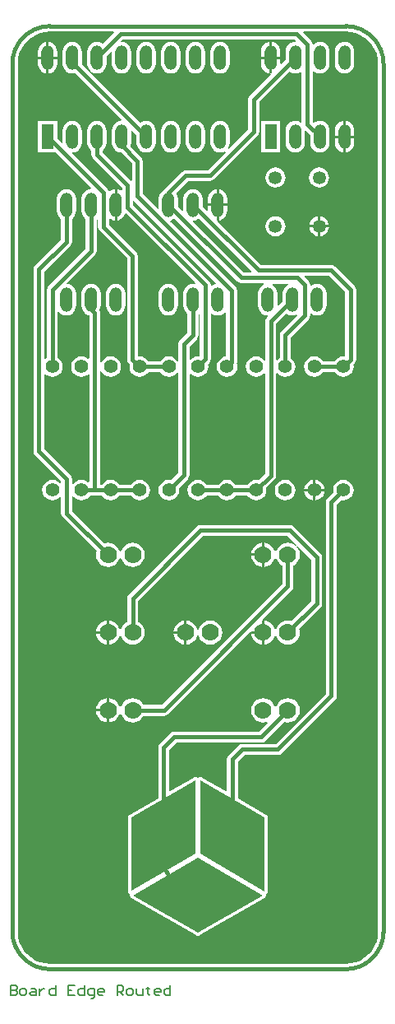
<source format=gtl>
%FSLAX25Y25*%
%MOIN*%
G70*
G01*
G75*
G04 Layer_Physical_Order=1*
G04 Layer_Color=255*
%ADD10C,0.06000*%
%ADD11C,0.01575*%
%ADD12C,0.00787*%
%ADD13C,0.05315*%
%ADD14C,0.05512*%
%ADD15O,0.05000X0.10000*%
%ADD16R,0.05000X0.10000*%
%ADD17C,0.07000*%
G36*
X113175Y278259D02*
X113207Y278101D01*
X112549Y277829D01*
X111739Y277207D01*
X111117Y276397D01*
X110726Y275454D01*
X110593Y274441D01*
Y271152D01*
X108878Y269437D01*
X108416Y269628D01*
Y274441D01*
X108282Y275454D01*
X107892Y276397D01*
X107270Y277207D01*
X106460Y277829D01*
X106324Y277885D01*
X106426Y278375D01*
X113175Y278259D01*
D02*
G37*
G36*
X138213Y380326D02*
X140217Y379844D01*
X142122Y379056D01*
X143879Y377978D01*
X145447Y376640D01*
X146785Y375072D01*
X147863Y373315D01*
X148651Y371410D01*
X149133Y369406D01*
X149285Y367469D01*
X149261Y367351D01*
X149261Y16034D01*
X149281Y15933D01*
X149133Y14044D01*
X148651Y12039D01*
X147863Y10135D01*
X146785Y8377D01*
X145447Y6810D01*
X143879Y5471D01*
X142122Y4394D01*
X140217Y3605D01*
X138213Y3124D01*
X136276Y2972D01*
X136158Y2995D01*
X16077Y2995D01*
X15965Y2973D01*
X14044Y3124D01*
X12039Y3605D01*
X10135Y4394D01*
X8377Y5471D01*
X6810Y6810D01*
X5471Y8377D01*
X4394Y10135D01*
X3605Y12039D01*
X3124Y14044D01*
X2975Y15936D01*
X2995Y16037D01*
X2997Y367350D01*
D01*
Y367350D01*
D01*
X2973Y367468D01*
X3126Y369405D01*
X3607Y371409D01*
X4396Y373313D01*
X5473Y375071D01*
X6812Y376639D01*
X8379Y377977D01*
X10137Y379054D01*
X12041Y379843D01*
X14046Y380324D01*
X15982Y380477D01*
X16101Y380453D01*
D01*
X16101D01*
X16101D01*
X41886Y380453D01*
X42078Y379991D01*
X37508Y375422D01*
X37051Y375774D01*
X36107Y376164D01*
X35095Y376298D01*
X34082Y376164D01*
X33139Y375774D01*
X32329Y375152D01*
X31707Y374342D01*
X31317Y373398D01*
X31183Y372386D01*
Y367386D01*
X31317Y366374D01*
X31707Y365430D01*
X32329Y364620D01*
X33139Y363999D01*
X34082Y363608D01*
X35095Y363475D01*
X36107Y363608D01*
X37051Y363999D01*
X37861Y364620D01*
X38482Y365430D01*
X38873Y366374D01*
X39006Y367386D01*
Y370675D01*
X40721Y372391D01*
X41183Y372199D01*
Y367386D01*
X41317Y366374D01*
X41707Y365430D01*
X42329Y364620D01*
X43139Y363999D01*
X44082Y363608D01*
X45095Y363475D01*
X46107Y363608D01*
X47050Y363999D01*
X47861Y364620D01*
X48482Y365430D01*
X48873Y366374D01*
X49006Y367386D01*
Y372386D01*
X48873Y373398D01*
X48482Y374342D01*
X47861Y375152D01*
X47050Y375774D01*
X46107Y376164D01*
X45095Y376298D01*
X44941Y376610D01*
X45651Y377320D01*
X115255D01*
X115804Y376771D01*
X115644Y376297D01*
X114634Y376165D01*
X113690Y375774D01*
X112880Y375152D01*
X112259Y374342D01*
X111868Y373399D01*
X111735Y372386D01*
Y369097D01*
X110019Y367382D01*
X109557Y367573D01*
Y369386D01*
X106146D01*
Y363541D01*
X105646Y363475D01*
X105498Y363494D01*
X105658Y363021D01*
X97195Y354558D01*
X96716Y353841D01*
X96548Y352996D01*
Y340769D01*
X88785Y333006D01*
X88410Y333336D01*
X88482Y333431D01*
X88873Y334374D01*
X89006Y335386D01*
Y340386D01*
X88873Y341399D01*
X88482Y342342D01*
X87861Y343152D01*
X87050Y343774D01*
X86107Y344164D01*
X85095Y344298D01*
X84082Y344164D01*
X83139Y343774D01*
X82329Y343152D01*
X81707Y342342D01*
X81317Y341399D01*
X81183Y340386D01*
Y335386D01*
X81317Y334374D01*
X81707Y333431D01*
X82329Y332620D01*
X83139Y331999D01*
X84082Y331608D01*
X85095Y331475D01*
X86107Y331608D01*
X87050Y331999D01*
X87145Y332071D01*
X87475Y331696D01*
X80125Y324346D01*
X71197D01*
X70352Y324178D01*
X69636Y323699D01*
X62589Y316652D01*
X62336Y316273D01*
X62194Y316214D01*
X61384Y315593D01*
X60763Y314783D01*
X60372Y313840D01*
X60238Y312827D01*
Y308891D01*
X59777Y308700D01*
X53720Y314757D01*
Y328044D01*
X53552Y328889D01*
X53073Y329605D01*
X48706Y333972D01*
X48873Y334374D01*
X49006Y335386D01*
Y340199D01*
X49468Y340391D01*
X51183Y338675D01*
Y335386D01*
X51317Y334374D01*
X51707Y333431D01*
X52329Y332620D01*
X53139Y331999D01*
X54082Y331608D01*
X55095Y331475D01*
X56107Y331608D01*
X57051Y331999D01*
X57861Y332620D01*
X58482Y333431D01*
X58873Y334374D01*
X59006Y335386D01*
Y340386D01*
X58873Y341399D01*
X58482Y342342D01*
X57861Y343152D01*
X57051Y343774D01*
X56107Y344164D01*
X55095Y344298D01*
X54082Y344164D01*
X53139Y343774D01*
X52681Y343422D01*
X28973Y367131D01*
X29006Y367386D01*
Y372386D01*
X28873Y373398D01*
X28482Y374342D01*
X27861Y375152D01*
X27051Y375774D01*
X26107Y376164D01*
X25095Y376298D01*
X24082Y376164D01*
X23139Y375774D01*
X22329Y375152D01*
X21707Y374342D01*
X21317Y373398D01*
X21183Y372386D01*
Y367386D01*
X21317Y366374D01*
X21707Y365430D01*
X22329Y364620D01*
X23139Y363999D01*
X24082Y363608D01*
X25095Y363475D01*
X26107Y363608D01*
X26209Y363650D01*
X45107Y344752D01*
X44947Y344278D01*
X44082Y344164D01*
X43139Y343774D01*
X42329Y343152D01*
X41707Y342342D01*
X41317Y341399D01*
X41183Y340386D01*
Y335386D01*
X41317Y334374D01*
X41707Y333431D01*
X42329Y332620D01*
X43139Y331999D01*
X44082Y331608D01*
X44938Y331495D01*
X49304Y327129D01*
Y320247D01*
X48842Y320056D01*
X37303Y331596D01*
Y332192D01*
X37861Y332620D01*
X38482Y333431D01*
X38873Y334374D01*
X39006Y335386D01*
Y340386D01*
X38873Y341399D01*
X38482Y342342D01*
X37861Y343152D01*
X37051Y343774D01*
X36107Y344164D01*
X35095Y344298D01*
X34082Y344164D01*
X33139Y343774D01*
X32329Y343152D01*
X31707Y342342D01*
X31317Y341399D01*
X31183Y340386D01*
Y335386D01*
X31317Y334374D01*
X31707Y333431D01*
X32329Y332620D01*
X32887Y332192D01*
Y330681D01*
X33055Y329837D01*
X33534Y329120D01*
X33534Y329120D01*
X33534Y329120D01*
Y329120D01*
X33534Y329120D01*
X45367Y317287D01*
Y316319D01*
X44919Y316098D01*
X44767Y316215D01*
X43824Y316605D01*
X43311Y316673D01*
Y310326D01*
Y303982D01*
X43824Y304049D01*
X44767Y304440D01*
X45577Y305062D01*
X46199Y305872D01*
X46532Y306676D01*
X47022Y306773D01*
X75089Y278707D01*
X74868Y278258D01*
X74150Y278353D01*
X73137Y278220D01*
X72194Y277829D01*
X71384Y277207D01*
X70762Y276397D01*
X70372Y275454D01*
X70239Y274441D01*
Y269441D01*
X70372Y268429D01*
X70762Y267486D01*
X71384Y266676D01*
X71942Y266247D01*
Y258529D01*
X68911Y255498D01*
X68433Y254782D01*
X68265Y253937D01*
Y247187D01*
X67791Y247026D01*
X67256Y247724D01*
X66392Y248387D01*
X65387Y248803D01*
X64307Y248945D01*
X63228Y248803D01*
X62223Y248387D01*
X61359Y247724D01*
X60791Y246984D01*
X56013D01*
X55445Y247724D01*
X54581Y248387D01*
X53576Y248803D01*
X52496Y248945D01*
X52127Y248897D01*
X51751Y249226D01*
Y289658D01*
X51751Y289658D01*
X51751Y289658D01*
Y289658D01*
X51751D01*
X51751Y289658D01*
X51583Y290503D01*
X51105Y291219D01*
X40003Y302321D01*
Y304529D01*
X40451Y304750D01*
X40856Y304440D01*
X41799Y304049D01*
X42311Y303982D01*
Y310326D01*
Y316673D01*
X41799Y316605D01*
X40856Y316215D01*
X40314Y315799D01*
X39846Y315975D01*
X39835Y316031D01*
X39356Y316747D01*
X24941Y331163D01*
X25095Y331475D01*
X26107Y331608D01*
X27051Y331999D01*
X27861Y332620D01*
X28482Y333431D01*
X28873Y334374D01*
X29006Y335386D01*
Y340386D01*
X28873Y341399D01*
X28482Y342342D01*
X27861Y343152D01*
X27051Y343774D01*
X26107Y344164D01*
X25095Y344298D01*
X24082Y344164D01*
X23139Y343774D01*
X22329Y343152D01*
X21707Y342342D01*
X21317Y341399D01*
X21183Y340386D01*
Y335573D01*
X20721Y335382D01*
X18973Y337130D01*
Y344264D01*
X11217D01*
Y331508D01*
X18350D01*
X32684Y317174D01*
X32524Y316701D01*
X31799Y316605D01*
X30856Y316215D01*
X30046Y315593D01*
X29424Y314783D01*
X29033Y313840D01*
X28900Y312827D01*
Y307827D01*
X29033Y306815D01*
X29424Y305872D01*
X30046Y305062D01*
X30604Y304633D01*
Y292541D01*
X15502Y277439D01*
X15024Y276723D01*
X14856Y275878D01*
Y248292D01*
X14270Y247843D01*
X13822Y248065D01*
Y283294D01*
X24372Y293845D01*
X24372Y293845D01*
X24372Y293845D01*
X24851Y294561D01*
X25019Y295406D01*
Y304633D01*
X25577Y305062D01*
X26199Y305872D01*
X26589Y306815D01*
X26723Y307827D01*
Y312827D01*
X26589Y313840D01*
X26199Y314783D01*
X25577Y315593D01*
X24767Y316215D01*
X23824Y316605D01*
X22811Y316739D01*
X21799Y316605D01*
X20856Y316215D01*
X20045Y315593D01*
X19424Y314783D01*
X19033Y313840D01*
X18900Y312827D01*
Y307827D01*
X19033Y306815D01*
X19424Y305872D01*
X20045Y305062D01*
X20604Y304633D01*
Y296320D01*
X10053Y285770D01*
X9574Y285053D01*
X9406Y284209D01*
Y210433D01*
X9574Y209588D01*
X10053Y208872D01*
X10053Y208872D01*
X10053Y208872D01*
X20604Y198321D01*
Y197731D01*
X20130Y197570D01*
X20012Y197724D01*
X19148Y198387D01*
X18143Y198803D01*
X17063Y198945D01*
X15984Y198803D01*
X14979Y198387D01*
X14115Y197724D01*
X13453Y196861D01*
X13036Y195855D01*
X12894Y194776D01*
X13036Y193697D01*
X13453Y192691D01*
X14115Y191828D01*
X14979Y191165D01*
X15984Y190749D01*
X17063Y190606D01*
X18143Y190749D01*
X19148Y191165D01*
X20012Y191828D01*
X20130Y191982D01*
X20604Y191821D01*
Y185406D01*
X20772Y184561D01*
X21250Y183845D01*
X21250Y183845D01*
X21250Y183845D01*
X34975Y170121D01*
X34870Y169868D01*
X34702Y168595D01*
X34870Y167321D01*
X35361Y166135D01*
X36143Y165116D01*
X37162Y164334D01*
X38349Y163842D01*
X39622Y163675D01*
X40896Y163842D01*
X42082Y164334D01*
X43101Y165116D01*
X43883Y166135D01*
X44372Y167316D01*
X44872D01*
X45362Y166135D01*
X46143Y165116D01*
X47162Y164334D01*
X48349Y163842D01*
X49622Y163675D01*
X50896Y163842D01*
X52082Y164334D01*
X53101Y165116D01*
X53883Y166135D01*
X54375Y167321D01*
X54542Y168595D01*
X54375Y169868D01*
X53883Y171055D01*
X53101Y172074D01*
X52082Y172856D01*
X50896Y173347D01*
X49622Y173515D01*
X48349Y173347D01*
X47162Y172856D01*
X46143Y172074D01*
X45362Y171055D01*
X44872Y169874D01*
X44372D01*
X43883Y171055D01*
X43101Y172074D01*
X42082Y172856D01*
X40896Y173347D01*
X39622Y173515D01*
X38349Y173347D01*
X38097Y173243D01*
X25019Y186320D01*
Y192232D01*
X25493Y192393D01*
X25926Y191828D01*
X26790Y191165D01*
X27795Y190749D01*
X28874Y190606D01*
X29953Y190749D01*
X30959Y191165D01*
X31823Y191828D01*
X32391Y192568D01*
X37169D01*
X37737Y191828D01*
X38601Y191165D01*
X39606Y190748D01*
X40685Y190606D01*
X41765Y190748D01*
X42770Y191165D01*
X43634Y191828D01*
X44202Y192568D01*
X48980D01*
X49548Y191828D01*
X50412Y191165D01*
X51417Y190748D01*
X52496Y190606D01*
X53576Y190748D01*
X54581Y191165D01*
X55445Y191828D01*
X56107Y192691D01*
X56524Y193697D01*
X56666Y194776D01*
X56524Y195855D01*
X56107Y196861D01*
X55445Y197724D01*
X54581Y198387D01*
X53576Y198803D01*
X52496Y198945D01*
X51417Y198803D01*
X50412Y198387D01*
X49548Y197724D01*
X48980Y196984D01*
X44202D01*
X43634Y197724D01*
X42770Y198387D01*
X41765Y198803D01*
X40685Y198945D01*
X39606Y198803D01*
X38601Y198387D01*
X37737Y197724D01*
X37169Y196984D01*
X36460D01*
Y242894D01*
X36950Y242991D01*
X37074Y242691D01*
X37737Y241828D01*
X38601Y241165D01*
X39606Y240748D01*
X40685Y240606D01*
X41765Y240748D01*
X42770Y241165D01*
X43634Y241828D01*
X44296Y242691D01*
X44713Y243697D01*
X44855Y244776D01*
X44713Y245855D01*
X44296Y246861D01*
X43634Y247724D01*
X42770Y248387D01*
X41765Y248803D01*
X40685Y248945D01*
X39606Y248803D01*
X38601Y248387D01*
X37737Y247724D01*
X37074Y246861D01*
X36950Y246561D01*
X36460Y246658D01*
Y266535D01*
X36292Y267380D01*
X36207Y267507D01*
X36589Y268429D01*
X36723Y269441D01*
Y274441D01*
X36589Y275454D01*
X36199Y276397D01*
X35577Y277207D01*
X34767Y277829D01*
X33824Y278220D01*
X32811Y278353D01*
X31799Y278220D01*
X30856Y277829D01*
X30046Y277207D01*
X29424Y276397D01*
X29033Y275454D01*
X28900Y274441D01*
Y269441D01*
X29033Y268429D01*
X29424Y267486D01*
X30046Y266676D01*
X30856Y266054D01*
X31799Y265663D01*
X32033Y265633D01*
X32044Y265621D01*
Y248119D01*
X31596Y247898D01*
X30959Y248387D01*
X29953Y248803D01*
X28874Y248945D01*
X27795Y248803D01*
X26790Y248387D01*
X25926Y247724D01*
X25263Y246861D01*
X24847Y245855D01*
X24705Y244776D01*
X24847Y243697D01*
X25263Y242691D01*
X25926Y241828D01*
X26790Y241165D01*
X27795Y240749D01*
X28874Y240606D01*
X29953Y240749D01*
X30959Y241165D01*
X31596Y241654D01*
X32044Y241432D01*
Y198119D01*
X31596Y197898D01*
X30959Y198387D01*
X29953Y198803D01*
X28874Y198945D01*
X27795Y198803D01*
X26790Y198387D01*
X25926Y197724D01*
X25493Y197159D01*
X25019Y197320D01*
Y199236D01*
X24851Y200081D01*
X24372Y200797D01*
X13822Y211348D01*
Y241487D01*
X14270Y241708D01*
X14979Y241165D01*
X15984Y240749D01*
X17063Y240606D01*
X18143Y240749D01*
X19148Y241165D01*
X20012Y241828D01*
X20674Y242691D01*
X21091Y243697D01*
X21233Y244776D01*
X21091Y245855D01*
X20674Y246861D01*
X20012Y247724D01*
X19271Y248292D01*
Y266907D01*
X19745Y267068D01*
X20045Y266676D01*
X20856Y266054D01*
X21799Y265663D01*
X22811Y265530D01*
X23824Y265663D01*
X24767Y266054D01*
X25577Y266676D01*
X26199Y267486D01*
X26589Y268429D01*
X26723Y269441D01*
Y274441D01*
X26589Y275454D01*
X26199Y276397D01*
X25577Y277207D01*
X24767Y277829D01*
X23824Y278220D01*
X22811Y278353D01*
X22761Y278454D01*
X34372Y290065D01*
X34851Y290781D01*
X35019Y291626D01*
X35019Y291626D01*
X35019Y291626D01*
Y291626D01*
Y304311D01*
X35444Y304575D01*
X35587Y304504D01*
Y301406D01*
X35756Y300561D01*
X36234Y299845D01*
X47336Y288743D01*
Y247729D01*
X47504Y246884D01*
X47982Y246168D01*
X47982Y246167D01*
X47982Y246167D01*
Y246167D01*
X47982Y246167D01*
X48449Y245701D01*
X48327Y244776D01*
X48469Y243697D01*
X48886Y242691D01*
X49548Y241828D01*
X50412Y241165D01*
X51417Y240748D01*
X52496Y240606D01*
X53576Y240748D01*
X54581Y241165D01*
X55445Y241828D01*
X56013Y242568D01*
X60791D01*
X61359Y241828D01*
X62223Y241165D01*
X63228Y240748D01*
X64307Y240606D01*
X65387Y240748D01*
X66392Y241165D01*
X67256Y241828D01*
X67791Y242525D01*
X68265Y242365D01*
Y201855D01*
X65233Y198824D01*
X64307Y198945D01*
X63228Y198803D01*
X62223Y198387D01*
X61359Y197724D01*
X60697Y196861D01*
X60280Y195855D01*
X60138Y194776D01*
X60280Y193697D01*
X60697Y192691D01*
X61359Y191828D01*
X62223Y191165D01*
X63228Y190748D01*
X64307Y190606D01*
X65387Y190748D01*
X66392Y191165D01*
X67256Y191828D01*
X67918Y192691D01*
X68335Y193697D01*
X68477Y194776D01*
X68355Y195701D01*
X72034Y199380D01*
X72512Y200096D01*
X72680Y200941D01*
Y241688D01*
X73154Y241849D01*
X73170Y241828D01*
X74034Y241165D01*
X75039Y240748D01*
X76118Y240606D01*
X77197Y240748D01*
X78203Y241165D01*
X79067Y241828D01*
X79729Y242691D01*
X80146Y243697D01*
X80288Y244776D01*
X80166Y245701D01*
X80695Y246230D01*
X81174Y246947D01*
X81342Y247791D01*
Y266143D01*
X81790Y266364D01*
X82194Y266054D01*
X83138Y265663D01*
X84150Y265530D01*
X85162Y265663D01*
X86106Y266054D01*
X86916Y266676D01*
X87082Y266893D01*
X87556Y266732D01*
Y248896D01*
X86850Y248803D01*
X85845Y248387D01*
X84981Y247724D01*
X84319Y246861D01*
X83902Y245855D01*
X83760Y244776D01*
X83902Y243697D01*
X84319Y242691D01*
X84981Y241828D01*
X85845Y241165D01*
X86850Y240748D01*
X87929Y240606D01*
X89009Y240748D01*
X90014Y241165D01*
X90878Y241828D01*
X91540Y242691D01*
X91957Y243697D01*
X92099Y244776D01*
X91957Y245855D01*
X91865Y246076D01*
X91972Y246610D01*
Y275590D01*
X91803Y276435D01*
X91325Y277152D01*
X64913Y303564D01*
X65074Y304037D01*
X65162Y304049D01*
X66106Y304440D01*
X66563Y304791D01*
X92116Y279238D01*
D01*
X92116D01*
X92116Y279238D01*
X92116Y279238D01*
X92116D01*
D01*
X92116D01*
X92116Y279238D01*
Y279238D01*
X92116Y279238D01*
Y279238D01*
X92833Y278760D01*
X93677Y278592D01*
Y278592D01*
X93677Y278592D01*
D01*
X102738Y278437D01*
X102832Y277946D01*
X102549Y277829D01*
X101739Y277207D01*
X101117Y276397D01*
X100726Y275454D01*
X100593Y274441D01*
Y269441D01*
X100726Y268429D01*
X101117Y267486D01*
X101739Y266676D01*
X102549Y266054D01*
X103492Y265663D01*
X104356Y265549D01*
X104517Y265076D01*
X104085Y264644D01*
X103606Y263928D01*
X103438Y263083D01*
Y247525D01*
X102965Y247365D01*
X102689Y247724D01*
X101825Y248387D01*
X100820Y248803D01*
X99740Y248945D01*
X98661Y248803D01*
X97656Y248387D01*
X96792Y247724D01*
X96130Y246861D01*
X95713Y245855D01*
X95571Y244776D01*
X95713Y243697D01*
X96130Y242691D01*
X96792Y241828D01*
X97656Y241165D01*
X98661Y240749D01*
X99740Y240606D01*
X100820Y240749D01*
X101825Y241165D01*
X102689Y241828D01*
X102965Y242187D01*
X103438Y242026D01*
Y201596D01*
X100666Y198824D01*
X99740Y198945D01*
X98661Y198803D01*
X97656Y198387D01*
X96792Y197724D01*
X96224Y196984D01*
X91446D01*
X90878Y197724D01*
X90014Y198387D01*
X89009Y198803D01*
X87929Y198945D01*
X86850Y198803D01*
X85845Y198387D01*
X84981Y197724D01*
X84413Y196984D01*
X79635D01*
X79067Y197724D01*
X78203Y198387D01*
X77197Y198803D01*
X76118Y198945D01*
X75039Y198803D01*
X74034Y198387D01*
X73170Y197724D01*
X72508Y196861D01*
X72091Y195855D01*
X71949Y194776D01*
X72091Y193697D01*
X72508Y192691D01*
X73170Y191828D01*
X74034Y191165D01*
X75039Y190748D01*
X76118Y190606D01*
X77197Y190748D01*
X78203Y191165D01*
X79067Y191828D01*
X79635Y192568D01*
X84413D01*
X84981Y191828D01*
X85845Y191165D01*
X86850Y190748D01*
X87929Y190606D01*
X89009Y190748D01*
X90014Y191165D01*
X90878Y191828D01*
X91446Y192568D01*
X96224D01*
X96792Y191828D01*
X97656Y191165D01*
X98661Y190749D01*
X99740Y190606D01*
X100820Y190749D01*
X101825Y191165D01*
X102689Y191828D01*
X103351Y192691D01*
X103768Y193697D01*
X103910Y194776D01*
X103788Y195701D01*
X107207Y199120D01*
X107686Y199837D01*
X107854Y200681D01*
Y242026D01*
X108327Y242187D01*
X108603Y241828D01*
X109467Y241165D01*
X110472Y240749D01*
X111551Y240606D01*
X112631Y240749D01*
X113636Y241165D01*
X114500Y241828D01*
X115162Y242691D01*
X115579Y243697D01*
X115721Y244776D01*
X115579Y245855D01*
X115162Y246861D01*
X114500Y247724D01*
X113759Y248292D01*
Y256676D01*
X120987Y263903D01*
X121465Y264619D01*
X121633Y265464D01*
X121633Y265464D01*
X121633Y265464D01*
Y265464D01*
Y266191D01*
X122082Y266412D01*
X122549Y266054D01*
X123492Y265663D01*
X124504Y265530D01*
X125517Y265663D01*
X126460Y266054D01*
X127270Y266676D01*
X127892Y267486D01*
X128282Y268429D01*
X128416Y269441D01*
Y274441D01*
X128282Y275454D01*
X127892Y276397D01*
X127270Y277207D01*
X126460Y277829D01*
X125517Y278220D01*
X124504Y278353D01*
X123492Y278220D01*
X122549Y277829D01*
X122082Y277470D01*
X121633Y277692D01*
Y277847D01*
X121465Y278692D01*
X120987Y279408D01*
X119312Y281083D01*
X119503Y281544D01*
X129338D01*
X135918Y274964D01*
Y249226D01*
X135543Y248897D01*
X135174Y248945D01*
X134095Y248803D01*
X133089Y248387D01*
X132225Y247724D01*
X131657Y246984D01*
X126879D01*
X126311Y247724D01*
X125447Y248387D01*
X124442Y248803D01*
X123363Y248945D01*
X122283Y248803D01*
X121278Y248387D01*
X120414Y247724D01*
X119752Y246861D01*
X119335Y245855D01*
X119193Y244776D01*
X119335Y243697D01*
X119752Y242691D01*
X120414Y241828D01*
X121278Y241165D01*
X122283Y240749D01*
X123363Y240606D01*
X124442Y240749D01*
X125447Y241165D01*
X126311Y241828D01*
X126879Y242568D01*
X131657D01*
X132225Y241828D01*
X133089Y241165D01*
X134095Y240748D01*
X135174Y240606D01*
X136253Y240748D01*
X137258Y241165D01*
X138122Y241828D01*
X138785Y242691D01*
X139201Y243697D01*
X139343Y244776D01*
X139221Y245701D01*
X139687Y246167D01*
X140166Y246884D01*
X140334Y247729D01*
Y275878D01*
X140166Y276723D01*
X139687Y277439D01*
X131813Y285313D01*
X131097Y285792D01*
X130252Y285960D01*
X101639D01*
X83996Y303603D01*
X84150Y303916D01*
X83650Y303981D01*
Y309827D01*
X80238D01*
Y308014D01*
X79777Y307823D01*
X78061Y309538D01*
Y312827D01*
X77928Y313840D01*
X77537Y314783D01*
X76916Y315593D01*
X76105Y316214D01*
X75162Y316605D01*
X74150Y316739D01*
X73137Y316605D01*
X72194Y316214D01*
X71384Y315593D01*
X70762Y314783D01*
X70372Y313840D01*
X70238Y312827D01*
Y308014D01*
X69776Y307823D01*
X68061Y309538D01*
Y312827D01*
X67928Y313840D01*
X67537Y314783D01*
X67288Y315107D01*
X72112Y319930D01*
X81040D01*
X81885Y320098D01*
X82601Y320577D01*
X82601Y320577D01*
X82601Y320577D01*
X100317Y338294D01*
X100796Y339010D01*
X100964Y339855D01*
Y352082D01*
X113232Y364350D01*
X113690Y363999D01*
X114634Y363608D01*
X115646Y363475D01*
X116658Y363608D01*
X117602Y363999D01*
X117816Y364164D01*
X118265Y363942D01*
Y343830D01*
X117816Y343609D01*
X117602Y343774D01*
X116658Y344164D01*
X115646Y344298D01*
X114634Y344164D01*
X113690Y343774D01*
X112880Y343152D01*
X112259Y342342D01*
X111868Y341399D01*
X111735Y340386D01*
Y335386D01*
X111868Y334374D01*
X112259Y333431D01*
X112880Y332621D01*
X113690Y331999D01*
X114634Y331608D01*
X115646Y331475D01*
X116658Y331608D01*
X117602Y331999D01*
X118412Y332621D01*
X119033Y333431D01*
X119424Y334374D01*
X119557Y335386D01*
Y340199D01*
X120019Y340391D01*
X121735Y338675D01*
Y335386D01*
X121868Y334374D01*
X122259Y333431D01*
X122880Y332621D01*
X123690Y331999D01*
X124634Y331608D01*
X125646Y331475D01*
X126658Y331608D01*
X127602Y331999D01*
X128412Y332621D01*
X129033Y333431D01*
X129424Y334374D01*
X129558Y335386D01*
Y340386D01*
X129424Y341399D01*
X129033Y342342D01*
X128412Y343152D01*
X127602Y343774D01*
X126658Y344164D01*
X125646Y344298D01*
X124634Y344164D01*
X123690Y343774D01*
X123232Y343422D01*
X122680Y343974D01*
Y364209D01*
X123129Y364430D01*
X123690Y363999D01*
X124634Y363608D01*
X125646Y363475D01*
X126658Y363608D01*
X127602Y363999D01*
X128412Y364621D01*
X129033Y365431D01*
X129424Y366374D01*
X129558Y367386D01*
Y372386D01*
X129424Y373399D01*
X129033Y374342D01*
X128412Y375152D01*
X127602Y375774D01*
X126658Y376165D01*
X125646Y376298D01*
X124634Y376165D01*
X123690Y375774D01*
X123095Y375317D01*
X122627Y375493D01*
X122512Y376070D01*
X122034Y376786D01*
X118827Y379992D01*
X119019Y380454D01*
X136158Y380454D01*
X136276Y380478D01*
X138213Y380326D01*
D02*
G37*
G36*
X112549Y266054D02*
X113492Y265663D01*
X114504Y265530D01*
X115517Y265663D01*
X116016Y265870D01*
X116293Y265454D01*
X109990Y259151D01*
X109512Y258435D01*
X109344Y257590D01*
Y248292D01*
X108603Y247724D01*
X108327Y247365D01*
X107854Y247525D01*
Y262169D01*
X112091Y266405D01*
X112549Y266054D01*
D02*
G37*
G36*
X76926Y266118D02*
Y249218D01*
X76550Y248889D01*
X76118Y248945D01*
X75039Y248803D01*
X74034Y248387D01*
X73170Y247724D01*
X73154Y247703D01*
X72680Y247864D01*
Y253023D01*
X75711Y256053D01*
X75711Y256053D01*
X75711Y256053D01*
X76190Y256770D01*
X76358Y257614D01*
Y265925D01*
X76782Y266189D01*
X76926Y266118D01*
D02*
G37*
G36*
X97886Y283469D02*
X97694Y283007D01*
X94592D01*
X73996Y303603D01*
X74150Y303916D01*
X75162Y304049D01*
X76105Y304440D01*
X76564Y304791D01*
X97886Y283469D01*
D02*
G37*
G36*
X83511Y278721D02*
X83350Y278247D01*
X83138Y278220D01*
X82194Y277829D01*
X81790Y277519D01*
X81342Y277740D01*
Y277784D01*
X81174Y278629D01*
X80695Y279345D01*
X49783Y310257D01*
Y311796D01*
X50245Y311987D01*
X83511Y278721D01*
D02*
G37*
%LPC*%
G36*
X127466Y194276D02*
X123863D01*
Y190672D01*
X124442Y190749D01*
X125447Y191165D01*
X126311Y191828D01*
X126973Y192691D01*
X127390Y193697D01*
X127466Y194276D01*
D02*
G37*
G36*
X122863D02*
X119259D01*
X119335Y193697D01*
X119752Y192691D01*
X120414Y191828D01*
X121278Y191165D01*
X122283Y190749D01*
X122863Y190672D01*
Y194276D01*
D02*
G37*
G36*
Y198880D02*
X122283Y198803D01*
X121278Y198387D01*
X120414Y197724D01*
X119752Y196861D01*
X119335Y195855D01*
X119259Y195276D01*
X122863D01*
Y198880D01*
D02*
G37*
G36*
X123863D02*
Y195276D01*
X127466D01*
X127390Y195855D01*
X126973Y196861D01*
X126311Y197724D01*
X125447Y198387D01*
X124442Y198803D01*
X123863Y198880D01*
D02*
G37*
G36*
X107615Y305736D02*
X106561Y305597D01*
X105579Y305191D01*
X104736Y304544D01*
X104089Y303701D01*
X103683Y302719D01*
X103544Y301666D01*
X103683Y300612D01*
X104089Y299631D01*
X104736Y298788D01*
X105579Y298141D01*
X106561Y297734D01*
X107615Y297596D01*
X108668Y297734D01*
X109650Y298141D01*
X110493Y298788D01*
X111139Y299631D01*
X111546Y300612D01*
X111685Y301666D01*
X111546Y302719D01*
X111139Y303701D01*
X110493Y304544D01*
X109650Y305191D01*
X108668Y305597D01*
X107615Y305736D01*
D02*
G37*
G36*
X124831Y301166D02*
X121327D01*
X121399Y300612D01*
X121806Y299631D01*
X122453Y298788D01*
X123296Y298141D01*
X124278Y297734D01*
X124831Y297661D01*
Y301166D01*
D02*
G37*
G36*
X42811Y278353D02*
X41799Y278220D01*
X40856Y277829D01*
X40045Y277207D01*
X39424Y276397D01*
X39033Y275454D01*
X38900Y274441D01*
Y269441D01*
X39033Y268429D01*
X39424Y267486D01*
X40045Y266676D01*
X40856Y266054D01*
X41799Y265663D01*
X42811Y265530D01*
X43824Y265663D01*
X44767Y266054D01*
X45577Y266676D01*
X46199Y267486D01*
X46589Y268429D01*
X46723Y269441D01*
Y274441D01*
X46589Y275454D01*
X46199Y276397D01*
X45577Y277207D01*
X44767Y277829D01*
X43824Y278220D01*
X42811Y278353D01*
D02*
G37*
G36*
X64150D02*
X63138Y278220D01*
X62194Y277829D01*
X61384Y277207D01*
X60763Y276397D01*
X60372Y275454D01*
X60238Y274441D01*
Y269441D01*
X60372Y268429D01*
X60763Y267486D01*
X61384Y266676D01*
X62194Y266054D01*
X63138Y265663D01*
X64150Y265530D01*
X65162Y265663D01*
X66106Y266054D01*
X66916Y266676D01*
X67537Y267486D01*
X67928Y268429D01*
X68061Y269441D01*
Y274441D01*
X67928Y275454D01*
X67537Y276397D01*
X66916Y277207D01*
X66106Y277829D01*
X65162Y278220D01*
X64150Y278353D01*
D02*
G37*
G36*
X70618Y136599D02*
X66264D01*
X66366Y135825D01*
X66857Y134639D01*
X67639Y133620D01*
X68658Y132838D01*
X69845Y132346D01*
X70618Y132245D01*
Y136599D01*
D02*
G37*
G36*
X102114D02*
X97760D01*
X97862Y135825D01*
X98354Y134639D01*
X99136Y133620D01*
X100154Y132838D01*
X101341Y132346D01*
X102114Y132245D01*
Y136599D01*
D02*
G37*
G36*
X39122Y141953D02*
X38349Y141851D01*
X37162Y141360D01*
X36143Y140578D01*
X35361Y139559D01*
X34870Y138372D01*
X34768Y137599D01*
X39122D01*
Y141953D01*
D02*
G37*
G36*
Y105103D02*
X34768D01*
X34870Y104329D01*
X35361Y103143D01*
X36143Y102124D01*
X37162Y101342D01*
X38349Y100850D01*
X39122Y100749D01*
Y105103D01*
D02*
G37*
G36*
Y110457D02*
X38349Y110355D01*
X37162Y109864D01*
X36143Y109082D01*
X35361Y108063D01*
X34870Y106876D01*
X34768Y106103D01*
X39122D01*
Y110457D01*
D02*
G37*
G36*
Y136599D02*
X34768D01*
X34870Y135825D01*
X35361Y134639D01*
X36143Y133620D01*
X37162Y132838D01*
X38349Y132346D01*
X39122Y132245D01*
Y136599D01*
D02*
G37*
G36*
X70618Y141953D02*
X69845Y141851D01*
X68658Y141360D01*
X67639Y140578D01*
X66857Y139559D01*
X66366Y138372D01*
X66264Y137599D01*
X70618D01*
Y141953D01*
D02*
G37*
G36*
X113520Y180645D02*
X77103D01*
X76258Y180477D01*
X75542Y179999D01*
X48061Y152518D01*
X47583Y151802D01*
X47415Y150957D01*
Y141464D01*
X47162Y141360D01*
X46143Y140578D01*
X45362Y139559D01*
X44872Y138378D01*
X44870D01*
Y138378D01*
D01*
D01*
X44869D01*
X44667D01*
X44260Y138650D01*
X44260Y138648D01*
X43883Y139559D01*
X43101Y140578D01*
X42082Y141360D01*
X40896Y141851D01*
X40122Y141953D01*
Y137098D01*
Y132245D01*
X40896Y132346D01*
X42082Y132838D01*
X43101Y133620D01*
X43883Y134639D01*
X44372Y135820D01*
X44375D01*
Y135820D01*
D01*
D01*
X44376D01*
X44870D01*
Y135820D01*
X44872D01*
X45362Y134639D01*
X46143Y133620D01*
X47162Y132838D01*
X48349Y132346D01*
X49622Y132179D01*
X50896Y132346D01*
X52082Y132838D01*
X53101Y133620D01*
X53883Y134639D01*
X54375Y135825D01*
X54542Y137099D01*
X54375Y138372D01*
X53883Y139559D01*
X53101Y140578D01*
X52082Y141360D01*
X51830Y141464D01*
Y150042D01*
X78017Y176230D01*
X112606D01*
X116261Y172574D01*
X115931Y172198D01*
X115931D01*
X115075Y172856D01*
X113888Y173347D01*
X112615Y173515D01*
X111341Y173347D01*
X110154Y172856D01*
X109135Y172074D01*
X108354Y171055D01*
X107864Y169874D01*
X107862D01*
Y169874D01*
D01*
D01*
X107861D01*
X107659D01*
X107252Y170146D01*
X107253Y170144D01*
X106875Y171055D01*
X106094Y172074D01*
X105075Y172856D01*
X103888Y173347D01*
X103114Y173449D01*
Y168594D01*
Y163741D01*
X103888Y163842D01*
X105075Y164334D01*
X106094Y165116D01*
X106875Y166135D01*
X107364Y167316D01*
X107367D01*
Y167316D01*
D01*
D01*
X107368D01*
X107862D01*
Y167316D01*
X107864D01*
X108354Y166135D01*
X109135Y165116D01*
X110154Y164334D01*
X110407Y164229D01*
Y156793D01*
X61424Y107810D01*
X53988D01*
X53883Y108063D01*
X53101Y109082D01*
X52082Y109864D01*
X50896Y110355D01*
X49622Y110523D01*
X48349Y110355D01*
X47162Y109864D01*
X46143Y109082D01*
X45362Y108063D01*
X44872Y106882D01*
X44870D01*
Y106882D01*
D01*
D01*
X44869D01*
X44667D01*
X44260Y107154D01*
X44260Y107152D01*
X43883Y108063D01*
X43101Y109082D01*
X42082Y109864D01*
X40896Y110355D01*
X40122Y110457D01*
Y105602D01*
Y100749D01*
X40896Y100850D01*
X42082Y101342D01*
X43101Y102124D01*
X43883Y103143D01*
X44372Y104323D01*
X44375D01*
Y104323D01*
D01*
D01*
X44376D01*
X44870D01*
Y104323D01*
X44872D01*
X45362Y103143D01*
X46143Y102124D01*
X47162Y101342D01*
X48349Y100850D01*
X49622Y100683D01*
X50896Y100850D01*
X52082Y101342D01*
X53101Y102124D01*
X53883Y103143D01*
X53988Y103395D01*
X62339D01*
X63184Y103563D01*
X63900Y104042D01*
X63900Y104042D01*
X63900Y104042D01*
X97256Y137398D01*
X97704Y137177D01*
X97760Y137599D01*
X102114D01*
Y141953D01*
X102536Y142009D01*
X102315Y142457D01*
X114176Y154317D01*
X114176Y154317D01*
X114176Y154317D01*
X114654Y155033D01*
X114822Y155878D01*
Y164229D01*
X115075Y164334D01*
X116094Y165116D01*
X116875Y166135D01*
X117367Y167321D01*
X117534Y168595D01*
X117367Y169868D01*
X116875Y171055D01*
X116218Y171911D01*
X116594Y172241D01*
X122139Y166696D01*
Y149746D01*
X114140Y141747D01*
X113888Y141851D01*
X112615Y142019D01*
X111341Y141851D01*
X110154Y141360D01*
X109135Y140578D01*
X108354Y139559D01*
X107864Y138378D01*
X107364D01*
X106875Y139559D01*
X106094Y140578D01*
X105075Y141360D01*
X103888Y141851D01*
X103114Y141953D01*
Y137098D01*
Y132245D01*
X103888Y132346D01*
X105075Y132838D01*
X106094Y133620D01*
X106875Y134639D01*
X107364Y135820D01*
X107367D01*
Y135820D01*
D01*
D01*
X107368D01*
X107862D01*
Y135820D01*
X107864D01*
X108354Y134639D01*
X109135Y133620D01*
X110154Y132838D01*
X111341Y132346D01*
X112615Y132179D01*
X113888Y132346D01*
X115075Y132838D01*
X116094Y133620D01*
X116875Y134639D01*
X117367Y135825D01*
X117534Y137099D01*
X117367Y138372D01*
X117262Y138624D01*
X125908Y147270D01*
X125908Y147270D01*
X125908Y147270D01*
X126386Y147986D01*
X126555Y148831D01*
Y167611D01*
X126386Y168455D01*
X125908Y169172D01*
X115081Y179999D01*
X114365Y180477D01*
X113520Y180645D01*
D02*
G37*
G36*
X135174Y198945D02*
X134095Y198803D01*
X133089Y198387D01*
X132225Y197724D01*
X131563Y196861D01*
X131146Y195855D01*
X131004Y194776D01*
X131126Y193851D01*
X128691Y191416D01*
X128213Y190699D01*
X128044Y189855D01*
Y112332D01*
X107684Y91972D01*
X94095D01*
X93250Y91803D01*
X92533Y91325D01*
X88596Y87388D01*
X88118Y86672D01*
X87950Y85827D01*
Y73018D01*
X87517Y72768D01*
X77805Y78374D01*
X77717Y78404D01*
X77640Y78456D01*
X77460Y78492D01*
X77286Y78551D01*
X77194Y78545D01*
X77103Y78563D01*
X76922Y78527D01*
X76739Y78515D01*
X76656Y78474D01*
X76565Y78456D01*
X76412Y78354D01*
X76247Y78272D01*
X76186Y78203D01*
X75989Y78272D01*
X75989Y78272D01*
Y78272D01*
X75825Y78354D01*
X75672Y78456D01*
X75581Y78474D01*
X75498Y78515D01*
X75314Y78527D01*
X75134Y78563D01*
X75043Y78545D01*
X74951Y78551D01*
X74777Y78492D01*
X74597Y78456D01*
X74519Y78404D01*
X74432Y78374D01*
X64846Y72840D01*
X64412Y73090D01*
Y89637D01*
X67344Y92568D01*
X101788D01*
X102633Y92736D01*
X103349Y93215D01*
X103349Y93215D01*
X103349Y93215D01*
X111089Y100955D01*
X111341Y100850D01*
X112615Y100683D01*
X113888Y100850D01*
X115075Y101342D01*
X116094Y102124D01*
X116875Y103143D01*
X117367Y104329D01*
X117534Y105603D01*
X117367Y106876D01*
X116875Y108063D01*
X116094Y109082D01*
X115075Y109864D01*
X113888Y110355D01*
X112615Y110523D01*
X111341Y110355D01*
X110154Y109864D01*
X109135Y109082D01*
X108354Y108063D01*
X107864Y106882D01*
X107862D01*
Y106882D01*
D01*
D01*
X107861D01*
X107659D01*
X107252Y107154D01*
X107253Y107152D01*
X106875Y108063D01*
X106094Y109082D01*
X105075Y109864D01*
X103888Y110355D01*
X102614Y110523D01*
X101341Y110355D01*
X100154Y109864D01*
X99136Y109082D01*
X98354Y108063D01*
X97862Y106876D01*
X97694Y105603D01*
X97862Y104329D01*
X98354Y103143D01*
X99136Y102124D01*
X100154Y101342D01*
X101341Y100850D01*
X102614Y100683D01*
X103888Y100850D01*
X104158Y100962D01*
X104436Y100547D01*
X100873Y96984D01*
X66429D01*
X65585Y96816D01*
X64868Y96337D01*
X60644Y92112D01*
X60165Y91396D01*
X59997Y90551D01*
Y70041D01*
X48349Y63315D01*
X48211Y63194D01*
X48058Y63092D01*
X48006Y63015D01*
X47937Y62954D01*
X47856Y62789D01*
X47754Y62636D01*
X47735Y62546D01*
X47694Y62462D01*
X47682Y62279D01*
X47646Y62099D01*
Y32473D01*
X47665Y32382D01*
X47659Y32289D01*
X47718Y32115D01*
X47754Y31935D01*
X47805Y31858D01*
X47835Y31770D01*
X47956Y31632D01*
X48058Y31479D01*
X48135Y31428D01*
X48196Y31358D01*
X48361Y31277D01*
X48514Y31175D01*
X48605Y31157D01*
X48605Y31157D01*
X48580Y31063D01*
X48580Y31063D01*
X48580Y31063D01*
X48574Y30970D01*
X48544Y30882D01*
X48556Y30699D01*
X48545Y30516D01*
X48575Y30428D01*
X48581Y30335D01*
X48662Y30171D01*
X48721Y29997D01*
X48783Y29927D01*
X48824Y29844D01*
X48962Y29723D01*
X49083Y29585D01*
X49167Y29544D01*
X49237Y29483D01*
X75418Y14424D01*
X75590Y14366D01*
X75753Y14286D01*
X75847Y14279D01*
X75937Y14249D01*
X76118Y14261D01*
X76300Y14249D01*
X76389Y14279D01*
X76484Y14286D01*
X76647Y14366D01*
X76819Y14424D01*
X103000Y29483D01*
X103070Y29544D01*
X103154Y29585D01*
X103275Y29723D01*
X103413Y29844D01*
X103454Y29927D01*
X103515Y29997D01*
X103575Y30171D01*
X103656Y30335D01*
X103662Y30428D01*
X103692Y30516D01*
X103680Y30699D01*
X103693Y30882D01*
X103663Y30970D01*
X103657Y31063D01*
X103657Y31063D01*
X103723Y31076D01*
X103876Y31178D01*
X104041Y31260D01*
X104102Y31329D01*
X104179Y31381D01*
X104281Y31534D01*
X104402Y31672D01*
X104432Y31760D01*
X104483Y31837D01*
X104519Y32017D01*
X104578Y32191D01*
X104572Y32283D01*
X104590Y32374D01*
Y62099D01*
X104554Y62279D01*
X104542Y62462D01*
X104501Y62546D01*
X104483Y62636D01*
X104381Y62789D01*
X104300Y62954D01*
X104230Y63015D01*
X104179Y63092D01*
X104026Y63194D01*
X103888Y63315D01*
X92365Y69968D01*
Y84912D01*
X95009Y87556D01*
X108599D01*
X109444Y87724D01*
X110160Y88203D01*
X110160Y88203D01*
X110160Y88203D01*
X131813Y109856D01*
X131813Y109856D01*
X131813Y109856D01*
X132292Y110572D01*
X132460Y111417D01*
Y188940D01*
X134248Y190728D01*
X135174Y190606D01*
X136253Y190748D01*
X137258Y191165D01*
X138122Y191828D01*
X138785Y192691D01*
X139201Y193697D01*
X139343Y194776D01*
X139201Y195855D01*
X138785Y196861D01*
X138122Y197724D01*
X137258Y198387D01*
X136253Y198803D01*
X135174Y198945D01*
D02*
G37*
G36*
X111551Y198945D02*
X110472Y198803D01*
X109467Y198387D01*
X108603Y197724D01*
X107940Y196861D01*
X107524Y195855D01*
X107382Y194776D01*
X107524Y193697D01*
X107940Y192691D01*
X108603Y191828D01*
X109467Y191165D01*
X110472Y190749D01*
X111551Y190606D01*
X112631Y190749D01*
X113636Y191165D01*
X114500Y191828D01*
X115162Y192691D01*
X115579Y193697D01*
X115721Y194776D01*
X115579Y195855D01*
X115162Y196861D01*
X114500Y197724D01*
X113636Y198387D01*
X112631Y198803D01*
X111551Y198945D01*
D02*
G37*
G36*
X81118Y142019D02*
X79845Y141851D01*
X78658Y141360D01*
X77639Y140578D01*
X76858Y139559D01*
X76368Y138378D01*
X76366D01*
Y138378D01*
D01*
D01*
X76365D01*
X76163D01*
X75756Y138650D01*
X75756Y138648D01*
X75379Y139559D01*
X74597Y140578D01*
X73578Y141360D01*
X72392Y141851D01*
X71618Y141953D01*
Y137098D01*
Y132245D01*
X72392Y132346D01*
X73578Y132838D01*
X74597Y133620D01*
X75379Y134639D01*
X75868Y135820D01*
X75871D01*
Y135820D01*
D01*
D01*
X75872D01*
X76366D01*
Y135820D01*
X76368D01*
X76858Y134639D01*
X77639Y133620D01*
X78658Y132838D01*
X79845Y132346D01*
X81118Y132179D01*
X82392Y132346D01*
X83578Y132838D01*
X84597Y133620D01*
X85379Y134639D01*
X85871Y135825D01*
X86039Y137099D01*
X85871Y138372D01*
X85379Y139559D01*
X84597Y140578D01*
X83578Y141360D01*
X82392Y141851D01*
X81118Y142019D01*
D02*
G37*
G36*
X102114Y168095D02*
X97760D01*
X97862Y167321D01*
X98354Y166135D01*
X99136Y165116D01*
X100154Y164334D01*
X101341Y163842D01*
X102114Y163741D01*
Y168095D01*
D02*
G37*
G36*
Y173449D02*
X101341Y173347D01*
X100154Y172856D01*
X99136Y172074D01*
X98354Y171055D01*
X97862Y169868D01*
X97760Y169095D01*
X102114D01*
Y173449D01*
D02*
G37*
G36*
X129335Y301166D02*
X125831D01*
Y297661D01*
X126384Y297734D01*
X127366Y298141D01*
X128209Y298788D01*
X128856Y299631D01*
X129263Y300612D01*
X129335Y301166D01*
D02*
G37*
G36*
X75095Y376298D02*
X74082Y376164D01*
X73139Y375774D01*
X72329Y375152D01*
X71707Y374342D01*
X71317Y373398D01*
X71183Y372386D01*
Y367386D01*
X71317Y366374D01*
X71707Y365430D01*
X72329Y364620D01*
X73139Y363999D01*
X74082Y363608D01*
X75095Y363475D01*
X76107Y363608D01*
X77051Y363999D01*
X77861Y364620D01*
X78482Y365430D01*
X78873Y366374D01*
X79006Y367386D01*
Y372386D01*
X78873Y373398D01*
X78482Y374342D01*
X77861Y375152D01*
X77051Y375774D01*
X76107Y376164D01*
X75095Y376298D01*
D02*
G37*
G36*
X85095D02*
X84082Y376164D01*
X83139Y375774D01*
X82329Y375152D01*
X81707Y374342D01*
X81317Y373398D01*
X81183Y372386D01*
Y367386D01*
X81317Y366374D01*
X81707Y365430D01*
X82329Y364620D01*
X83139Y363999D01*
X84082Y363608D01*
X85095Y363475D01*
X86107Y363608D01*
X87050Y363999D01*
X87861Y364620D01*
X88482Y365430D01*
X88873Y366374D01*
X89006Y367386D01*
Y372386D01*
X88873Y373398D01*
X88482Y374342D01*
X87861Y375152D01*
X87050Y375774D01*
X86107Y376164D01*
X85095Y376298D01*
D02*
G37*
G36*
X135646Y376298D02*
X134634Y376165D01*
X133690Y375774D01*
X132880Y375152D01*
X132259Y374342D01*
X131868Y373399D01*
X131735Y372386D01*
Y367386D01*
X131868Y366374D01*
X132259Y365431D01*
X132880Y364621D01*
X133690Y363999D01*
X134634Y363608D01*
X135646Y363475D01*
X136658Y363608D01*
X137602Y363999D01*
X138412Y364621D01*
X139033Y365431D01*
X139424Y366374D01*
X139558Y367386D01*
Y372386D01*
X139424Y373399D01*
X139033Y374342D01*
X138412Y375152D01*
X137602Y375774D01*
X136658Y376165D01*
X135646Y376298D01*
D02*
G37*
G36*
X136146Y344232D02*
Y338386D01*
X139558D01*
Y340386D01*
X139424Y341399D01*
X139033Y342342D01*
X138412Y343152D01*
X137602Y343774D01*
X136658Y344164D01*
X136146Y344232D01*
D02*
G37*
G36*
X55095Y376298D02*
X54082Y376164D01*
X53139Y375774D01*
X52329Y375152D01*
X51707Y374342D01*
X51317Y373398D01*
X51183Y372386D01*
Y367386D01*
X51317Y366374D01*
X51707Y365430D01*
X52329Y364620D01*
X53139Y363999D01*
X54082Y363608D01*
X55095Y363475D01*
X56107Y363608D01*
X57051Y363999D01*
X57861Y364620D01*
X58482Y365430D01*
X58873Y366374D01*
X59006Y367386D01*
Y372386D01*
X58873Y373398D01*
X58482Y374342D01*
X57861Y375152D01*
X57051Y375774D01*
X56107Y376164D01*
X55095Y376298D01*
D02*
G37*
G36*
X65095D02*
X64082Y376164D01*
X63139Y375774D01*
X62329Y375152D01*
X61707Y374342D01*
X61317Y373398D01*
X61183Y372386D01*
Y367386D01*
X61317Y366374D01*
X61707Y365430D01*
X62329Y364620D01*
X63139Y363999D01*
X64082Y363608D01*
X65095Y363475D01*
X66107Y363608D01*
X67050Y363999D01*
X67861Y364620D01*
X68482Y365430D01*
X68873Y366374D01*
X69006Y367386D01*
Y372386D01*
X68873Y373398D01*
X68482Y374342D01*
X67861Y375152D01*
X67050Y375774D01*
X66107Y376164D01*
X65095Y376298D01*
D02*
G37*
G36*
X14595Y369386D02*
X11183D01*
Y367386D01*
X11317Y366374D01*
X11707Y365430D01*
X12329Y364620D01*
X13139Y363999D01*
X14082Y363608D01*
X14595Y363541D01*
Y369386D01*
D02*
G37*
G36*
X15595Y376232D02*
Y370386D01*
X19006D01*
Y372386D01*
X18873Y373398D01*
X18482Y374342D01*
X17861Y375152D01*
X17051Y375774D01*
X16107Y376164D01*
X15595Y376232D01*
D02*
G37*
G36*
X105146Y376232D02*
X104634Y376165D01*
X103690Y375774D01*
X102880Y375152D01*
X102259Y374342D01*
X101868Y373399D01*
X101735Y372386D01*
Y370386D01*
X105146D01*
Y376232D01*
D02*
G37*
G36*
X106146D02*
Y370386D01*
X109557D01*
Y372386D01*
X109424Y373399D01*
X109033Y374342D01*
X108412Y375152D01*
X107602Y375774D01*
X106658Y376165D01*
X106146Y376232D01*
D02*
G37*
G36*
X19006Y369386D02*
X15595D01*
Y363541D01*
X16107Y363608D01*
X17051Y363999D01*
X17861Y364620D01*
X18482Y365430D01*
X18873Y366374D01*
X19006Y367386D01*
Y369386D01*
D02*
G37*
G36*
X105146Y369386D02*
X101735D01*
Y367386D01*
X101868Y366374D01*
X102259Y365431D01*
X102880Y364621D01*
X103690Y363999D01*
X104634Y363608D01*
X105146Y363541D01*
Y369386D01*
D02*
G37*
G36*
X14595Y376232D02*
X14082Y376164D01*
X13139Y375774D01*
X12329Y375152D01*
X11707Y374342D01*
X11317Y373398D01*
X11183Y372386D01*
Y370386D01*
X14595D01*
Y376232D01*
D02*
G37*
G36*
X83650Y316673D02*
X83138Y316605D01*
X82194Y316214D01*
X81384Y315593D01*
X80762Y314783D01*
X80372Y313840D01*
X80238Y312827D01*
Y310827D01*
X83650D01*
Y316673D01*
D02*
G37*
G36*
X84650D02*
Y310827D01*
X88061D01*
Y312827D01*
X87928Y313840D01*
X87537Y314783D01*
X86916Y315593D01*
X86106Y316214D01*
X85162Y316605D01*
X84650Y316673D01*
D02*
G37*
G36*
X107615Y325421D02*
X106561Y325282D01*
X105579Y324876D01*
X104736Y324229D01*
X104089Y323386D01*
X103683Y322404D01*
X103544Y321351D01*
X103683Y320297D01*
X104089Y319316D01*
X104736Y318473D01*
X105579Y317826D01*
X106561Y317419D01*
X107615Y317281D01*
X108668Y317419D01*
X109650Y317826D01*
X110493Y318473D01*
X111139Y319316D01*
X111546Y320297D01*
X111685Y321351D01*
X111546Y322404D01*
X111139Y323386D01*
X110493Y324229D01*
X109650Y324876D01*
X108668Y325282D01*
X107615Y325421D01*
D02*
G37*
G36*
X124831Y305670D02*
X124278Y305597D01*
X123296Y305191D01*
X122453Y304544D01*
X121806Y303701D01*
X121399Y302719D01*
X121327Y302166D01*
X124831D01*
Y305670D01*
D02*
G37*
G36*
X125831D02*
Y302166D01*
X129335D01*
X129263Y302719D01*
X128856Y303701D01*
X128209Y304544D01*
X127366Y305191D01*
X126384Y305597D01*
X125831Y305670D01*
D02*
G37*
G36*
X88061Y309827D02*
X84650D01*
Y303982D01*
X85162Y304049D01*
X86106Y304440D01*
X86916Y305061D01*
X87537Y305871D01*
X87928Y306815D01*
X88061Y307827D01*
Y309827D01*
D02*
G37*
G36*
X125331Y325421D02*
X124278Y325282D01*
X123296Y324876D01*
X122453Y324229D01*
X121806Y323386D01*
X121399Y322404D01*
X121261Y321351D01*
X121399Y320297D01*
X121806Y319316D01*
X122453Y318473D01*
X123296Y317826D01*
X124278Y317419D01*
X125331Y317281D01*
X126384Y317419D01*
X127366Y317826D01*
X128209Y318473D01*
X128856Y319316D01*
X129263Y320297D01*
X129401Y321351D01*
X129263Y322404D01*
X128856Y323386D01*
X128209Y324229D01*
X127366Y324876D01*
X126384Y325282D01*
X125331Y325421D01*
D02*
G37*
G36*
X135146Y337386D02*
X131735D01*
Y335386D01*
X131868Y334374D01*
X132259Y333431D01*
X132880Y332621D01*
X133690Y331999D01*
X134634Y331608D01*
X135146Y331541D01*
Y337386D01*
D02*
G37*
G36*
X139558D02*
X136146D01*
Y331541D01*
X136658Y331608D01*
X137602Y331999D01*
X138412Y332621D01*
X139033Y333431D01*
X139424Y334374D01*
X139558Y335386D01*
Y337386D01*
D02*
G37*
G36*
X135146Y344232D02*
X134634Y344164D01*
X133690Y343774D01*
X132880Y343152D01*
X132259Y342342D01*
X131868Y341399D01*
X131735Y340386D01*
Y338386D01*
X135146D01*
Y344232D01*
D02*
G37*
G36*
X65095Y344298D02*
X64082Y344164D01*
X63139Y343774D01*
X62329Y343152D01*
X61707Y342342D01*
X61317Y341399D01*
X61183Y340386D01*
Y335386D01*
X61317Y334374D01*
X61707Y333431D01*
X62329Y332620D01*
X63139Y331999D01*
X64082Y331608D01*
X65095Y331475D01*
X66107Y331608D01*
X67050Y331999D01*
X67861Y332620D01*
X68482Y333431D01*
X68873Y334374D01*
X69006Y335386D01*
Y340386D01*
X68873Y341399D01*
X68482Y342342D01*
X67861Y343152D01*
X67050Y343774D01*
X66107Y344164D01*
X65095Y344298D01*
D02*
G37*
G36*
X75095D02*
X74082Y344164D01*
X73139Y343774D01*
X72329Y343152D01*
X71707Y342342D01*
X71317Y341399D01*
X71183Y340386D01*
Y335386D01*
X71317Y334374D01*
X71707Y333431D01*
X72329Y332620D01*
X73139Y331999D01*
X74082Y331608D01*
X75095Y331475D01*
X76107Y331608D01*
X77051Y331999D01*
X77861Y332620D01*
X78482Y333431D01*
X78873Y334374D01*
X79006Y335386D01*
Y340386D01*
X78873Y341399D01*
X78482Y342342D01*
X77861Y343152D01*
X77051Y343774D01*
X76107Y344164D01*
X75095Y344298D01*
D02*
G37*
G36*
X109524Y344264D02*
X101768D01*
Y331508D01*
X109524D01*
Y344264D01*
D02*
G37*
%LPD*%
G36*
X102299Y30701D02*
X76118Y15642D01*
X49937Y30701D01*
X76118Y45859D01*
X102299Y30701D01*
D02*
G37*
G36*
X103185Y62099D02*
Y32374D01*
X77103Y47433D01*
Y77158D01*
X103185Y62099D01*
D02*
G37*
G36*
X75134Y47532D02*
X49051Y32473D01*
Y62099D01*
X75134Y77158D01*
Y47532D01*
D02*
G37*
D10*
X81729Y68989D02*
D03*
X76807Y38280D02*
D03*
X70607Y68989D02*
D03*
D11*
X62205Y42126D02*
X64665Y37795D01*
X76118Y194776D02*
X87929D01*
X99740D01*
X99740Y194776D02*
X105646Y200681D01*
Y263083D01*
X114504Y271941D01*
X52496Y244776D02*
X64307D01*
X22811Y185406D02*
X39623Y168595D01*
X111551Y244776D02*
Y257590D01*
X22811Y295406D02*
Y310327D01*
X32811Y291626D02*
Y310327D01*
X17063Y275878D02*
X32811Y291626D01*
X17063Y244776D02*
Y275878D01*
X74150Y310327D02*
X100725Y283752D01*
X123363Y244776D02*
X135173D01*
X112615Y155878D02*
Y168595D01*
Y137099D02*
X124347Y148831D01*
X101788Y94776D02*
X112615Y105603D01*
X45095Y334461D02*
Y337886D01*
Y334461D02*
X51512Y328044D01*
X25095Y367886D02*
X55095Y337886D01*
X111551Y257590D02*
X119425Y265464D01*
X116473Y280800D02*
X119425Y277847D01*
Y265464D02*
Y277847D01*
X135174Y244776D02*
X138126Y247729D01*
X100725Y283752D02*
X130252D01*
X138126Y275878D01*
Y247729D02*
Y275878D01*
X64150Y310327D02*
Y315091D01*
X98756Y352996D02*
X115646Y369886D01*
X35095Y330681D02*
Y337886D01*
Y330681D02*
X47575Y318201D01*
Y309343D02*
Y318201D01*
X49622Y105603D02*
X62339D01*
X112615Y155878D01*
X66429Y94776D02*
X101788D01*
X49544Y247729D02*
X52496Y244776D01*
X49544Y247729D02*
Y289658D01*
X98756Y339855D02*
Y352996D01*
X64150Y315091D02*
X71197Y322138D01*
X81040D01*
X98756Y339855D01*
X49622Y137099D02*
Y150957D01*
X77103Y178437D01*
X113520D01*
X124347Y167611D01*
Y148831D02*
Y167611D01*
X130252Y189855D02*
X135174Y194776D01*
X32811Y267976D02*
Y271941D01*
Y267976D02*
X34252Y266535D01*
X28874Y194776D02*
X34252D01*
Y266535D01*
Y194776D02*
X52496D01*
X22811Y185406D02*
Y199236D01*
X11614Y210433D02*
X22811Y199236D01*
X11614Y210433D02*
Y284209D01*
X22811Y295406D01*
X64307Y194776D02*
X70472Y200941D01*
Y253937D01*
X74150Y257614D01*
Y271941D01*
X64150Y310327D02*
X93677Y280800D01*
X116473D01*
X87929Y244776D02*
X89764Y246610D01*
X120472Y343060D02*
X125646Y337886D01*
X120472Y343060D02*
Y375225D01*
X62205Y55118D02*
Y90551D01*
X66429Y94776D01*
X90158Y53543D02*
Y85827D01*
X94095Y89764D01*
X108599D01*
X130252Y111417D01*
Y189855D01*
X37795Y301406D02*
X49544Y289658D01*
X37795Y301406D02*
Y315186D01*
X15095Y337886D02*
X37795Y315186D01*
X51512Y313842D02*
Y328044D01*
Y313842D02*
X89764Y275590D01*
Y246610D02*
Y275590D01*
X76118Y244776D02*
X79134Y247791D01*
Y277784D01*
X47575Y309343D02*
X79134Y277784D01*
X35095Y369886D02*
X44736Y379528D01*
X116170D01*
X120472Y375225D01*
X136158Y787D02*
G03*
X151469Y16034I0J15311D01*
G01*
X788Y16037D02*
G03*
X16077Y787I15311J61D01*
G01*
X151469Y367351D02*
G03*
X136158Y382662I-15311J0D01*
G01*
X16101Y382661D02*
G03*
X789Y367350I0J-15311D01*
G01*
X16077Y787D02*
X136158Y787D01*
X788Y16037D02*
X789Y367350D01*
X16101Y382661D02*
X136158Y382662D01*
X151469Y16034D02*
X151469Y367351D01*
D12*
X0Y-5907D02*
Y-9843D01*
X1968D01*
X2624Y-9187D01*
Y-8531D01*
X1968Y-7875D01*
X0D01*
X1968D01*
X2624Y-7219D01*
Y-6563D01*
X1968Y-5907D01*
X0D01*
X4592Y-9843D02*
X5904D01*
X6560Y-9187D01*
Y-7875D01*
X5904Y-7219D01*
X4592D01*
X3936Y-7875D01*
Y-9187D01*
X4592Y-9843D01*
X8527Y-7219D02*
X9839D01*
X10495Y-7875D01*
Y-9843D01*
X8527D01*
X7871Y-9187D01*
X8527Y-8531D01*
X10495D01*
X11807Y-7219D02*
Y-9843D01*
Y-8531D01*
X12463Y-7875D01*
X13119Y-7219D01*
X13775D01*
X18367Y-5907D02*
Y-9843D01*
X16399D01*
X15743Y-9187D01*
Y-7875D01*
X16399Y-7219D01*
X18367D01*
X26238Y-5907D02*
X23614D01*
Y-9843D01*
X26238D01*
X23614Y-7875D02*
X24926D01*
X30174Y-5907D02*
Y-9843D01*
X28206D01*
X27550Y-9187D01*
Y-7875D01*
X28206Y-7219D01*
X30174D01*
X32798Y-11154D02*
X33454D01*
X34110Y-10498D01*
Y-7219D01*
X32142D01*
X31486Y-7875D01*
Y-9187D01*
X32142Y-9843D01*
X34110D01*
X37389D02*
X36078D01*
X35422Y-9187D01*
Y-7875D01*
X36078Y-7219D01*
X37389D01*
X38045Y-7875D01*
Y-8531D01*
X35422D01*
X43293Y-9843D02*
Y-5907D01*
X45261D01*
X45917Y-6563D01*
Y-7875D01*
X45261Y-8531D01*
X43293D01*
X44605D02*
X45917Y-9843D01*
X47885D02*
X49197D01*
X49853Y-9187D01*
Y-7875D01*
X49197Y-7219D01*
X47885D01*
X47229Y-7875D01*
Y-9187D01*
X47885Y-9843D01*
X51165Y-7219D02*
Y-9187D01*
X51821Y-9843D01*
X53788D01*
Y-7219D01*
X55756Y-6563D02*
Y-7219D01*
X55100D01*
X56412D01*
X55756D01*
Y-9187D01*
X56412Y-9843D01*
X60348D02*
X59036D01*
X58380Y-9187D01*
Y-7875D01*
X59036Y-7219D01*
X60348D01*
X61004Y-7875D01*
Y-8531D01*
X58380D01*
X64940Y-5907D02*
Y-9843D01*
X62972D01*
X62316Y-9187D01*
Y-7875D01*
X62972Y-7219D01*
X64940D01*
D13*
X125331Y321351D02*
D03*
Y301666D02*
D03*
X107615Y321351D02*
D03*
Y301666D02*
D03*
D14*
X123363Y194776D02*
D03*
Y244776D02*
D03*
X135174Y244776D02*
D03*
Y194776D02*
D03*
X111551Y244776D02*
D03*
Y194776D02*
D03*
X17063Y244776D02*
D03*
Y194776D02*
D03*
X76118Y194776D02*
D03*
Y244776D02*
D03*
X28874Y194776D02*
D03*
Y244776D02*
D03*
X87929Y194776D02*
D03*
Y244776D02*
D03*
X40685Y194776D02*
D03*
Y244776D02*
D03*
X99740Y194776D02*
D03*
Y244776D02*
D03*
X64307Y194776D02*
D03*
Y244776D02*
D03*
X52496Y194776D02*
D03*
Y244776D02*
D03*
D15*
X64150Y310327D02*
D03*
X74150D02*
D03*
X84150D02*
D03*
X135646Y369886D02*
D03*
X125646D02*
D03*
X115646D02*
D03*
X105646D02*
D03*
X135646Y337886D02*
D03*
X125646D02*
D03*
X115646D02*
D03*
X22811Y310327D02*
D03*
X32811D02*
D03*
X42811D02*
D03*
X124504Y271941D02*
D03*
X114504D02*
D03*
X104504D02*
D03*
X84150D02*
D03*
X74150D02*
D03*
X64150D02*
D03*
X42811D02*
D03*
X32811D02*
D03*
X22811D02*
D03*
X85095Y369886D02*
D03*
X75095D02*
D03*
X65095D02*
D03*
X55095D02*
D03*
X45095D02*
D03*
X35095D02*
D03*
X25095D02*
D03*
X15095D02*
D03*
X85095Y337886D02*
D03*
X75095D02*
D03*
X65095D02*
D03*
X55095D02*
D03*
X45095D02*
D03*
X35095D02*
D03*
X25095D02*
D03*
D16*
X105646Y337886D02*
D03*
X15095Y337886D02*
D03*
D17*
X49622Y168595D02*
D03*
X39622D02*
D03*
X112615D02*
D03*
X102614D02*
D03*
X49622Y137099D02*
D03*
X39622D02*
D03*
X81118D02*
D03*
X71118D02*
D03*
X112615D02*
D03*
X102614D02*
D03*
X49622Y105603D02*
D03*
X39622D02*
D03*
X112615D02*
D03*
X102614D02*
D03*
M02*

</source>
